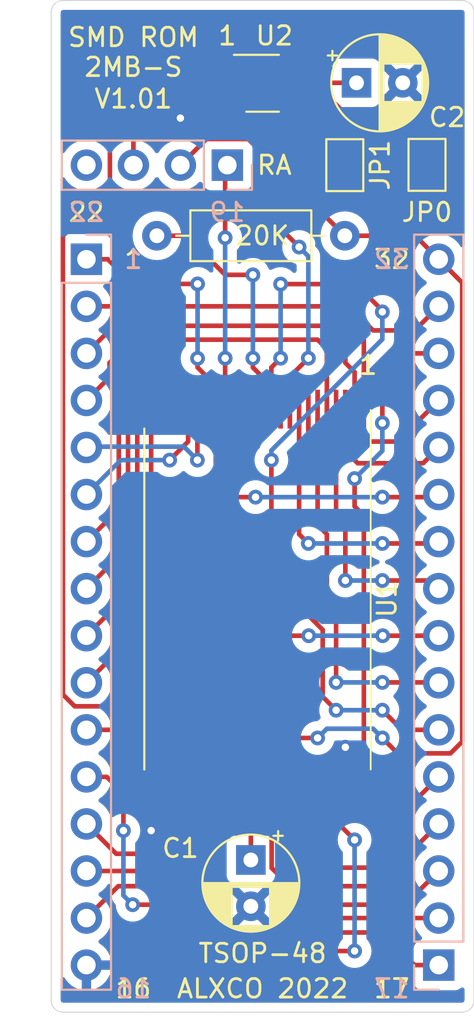
<source format=kicad_pcb>
(kicad_pcb (version 20211014) (generator pcbnew)
  (layers (0 "F.Cu" signal) (31 "B.Cu" signal) (34 "B.Paste" user) (35 "F.Paste" user) (36 "B.SilkS" user "B.Silkscreen") (37 "F.SilkS" user "F.Silkscreen") (38 "B.Mask" user) (39 "F.Mask" user) (44 "Edge.Cuts" user))
  (net 0 "")
  (net 1 "+5V")
  (net 2 "GND")
  (net 3 "/D2")
  (net 4 "/D1")
  (net 5 "/D0")
  (net 6 "/A0")
  (net 7 "/A1")
  (net 8 "/A2")
  (net 9 "/A3")
  (net 10 "/A4")
  (net 11 "/A5")
  (net 12 "/A6")
  (net 13 "/A7")
  (net 14 "/A12")
  (net 15 "/RA15")
  (net 16 "/RA16")
  (net 17 "/RA18")
  (net 18 "/ROMWR_N")
  (net 19 "/RA17")
  (net 20 "/RA14")
  (net 21 "/A13")
  (net 22 "/A8")
  (net 23 "/A9")
  (net 24 "/A11")
  (net 25 "/RD_N")
  (net 26 "/A10")
  (net 27 "/CE_N")
  (net 28 "/D7")
  (net 29 "/D6")
  (net 30 "/D5")
  (net 31 "/D4")
  (net 32 "/D3")
  (net 33 "/RA22")
  (net 34 "/RA21")
  (net 35 "/RA20")
  (net 36 "/RA19")
  (net 37 "/RST_N")
  (net 38 "Net-(U1-Pad43)")
  (net 39 "Net-(U1-Pad41)")
  (net 40 "Net-(U1-Pad39)")
  (net 41 "Net-(U1-Pad36)")
  (net 42 "Net-(U1-Pad34)")
  (net 43 "Net-(U1-Pad32)")
  (net 44 "Net-(U1-Pad30)")
  (net 45 "Net-(U1-Pad15)")
  (net 46 "Net-(U1-Pad14)")
  (net 47 "Net-(U1-Pad13)")
  (net 48 "Net-(U1-Pad10)")
  (net 49 "Net-(JP0-Pad1)")
  (net 50 "/CE_OUT_N")
  (net 51 "Net-(JP1-Pad1)")
  (footprint "Capacitor_THT:CP_Radial_D5.0mm_P2.50mm" (layer "F.Cu") (at 39.37 88.305 -90)
    (fp_text reference "C1" (at -0.635 3.81 180) (layer "F.SilkS"))
    (fp_text value "100n")
    (pad "1" thru_hole rect locked (at 0 0 270) (size 1.6 1.6) (drill 0.8) (layers *.Cu *.Mask) (net 1 "+5V"))
    (pad "2" thru_hole circle locked (at 2.5 0 270) (size 1.6 1.6) (drill 0.8) (layers *.Cu *.Mask) (net 2 "GND"))
  )
  (footprint "Resistor_THT:R_Axial_DIN0207_L6.3mm_D2.5mm_P10.16mm_Horizontal" (layer "F.Cu") (at 44.45 54.61 180)
    (fp_text reference "R1" hide)
    (fp_text value "20K")
    (pad "1" thru_hole circle locked (at 0 0 180) (size 1.6 1.6) (drill 0.8) (layers *.Cu *.Mask) (net 1 "+5V"))
    (pad "2" thru_hole oval locked (at 10.16 0 180) (size 1.6 1.6) (drill 0.8) (layers *.Cu *.Mask) (net 37 "/RST_N"))
  )
  (footprint "Package_SO:TSOP-I-48_18.4x12mm_P0.5mm" (layer "F.Cu") (at 39.73 74.22 -90)
    (fp_text reference "U1" (at 0 -7 90) (layer "F.SilkS"))
    (fp_text value "M29F160")
    (pad "1" smd rect locked (at -9.75 -5.75 270) (size 2.1 0.25) (drill (offset -0.5 0)) (layers "F.Cu" "F.Paste" "F.Mask") (net 16 "/RA16"))
    (pad "2" smd rect locked (at -9.75 -5.25 270) (size 2.1 0.25) (drill (offset -0.5 0)) (layers "F.Cu" "F.Paste" "F.Mask") (net 15 "/RA15"))
    (pad "3" smd rect locked (at -9.75 -4.75 270) (size 2.1 0.25) (drill (offset -0.5 0)) (layers "F.Cu" "F.Paste" "F.Mask") (net 20 "/RA14"))
    (pad "4" smd rect locked (at -9.75 -4.25 270) (size 2.1 0.25) (drill (offset -0.5 0)) (layers "F.Cu" "F.Paste" "F.Mask") (net 21 "/A13"))
    (pad "5" smd rect locked (at -9.75 -3.75 270) (size 2.1 0.25) (drill (offset -0.5 0)) (layers "F.Cu" "F.Paste" "F.Mask") (net 14 "/A12"))
    (pad "6" smd rect locked (at -9.75 -3.25 270) (size 2.1 0.25) (drill (offset -0.5 0)) (layers "F.Cu" "F.Paste" "F.Mask") (net 24 "/A11"))
    (pad "7" smd rect locked (at -9.75 -2.75 270) (size 2.1 0.25) (drill (offset -0.5 0)) (layers "F.Cu" "F.Paste" "F.Mask") (net 26 "/A10"))
    (pad "8" smd rect locked (at -9.75 -2.25 270) (size 2.1 0.25) (drill (offset -0.5 0)) (layers "F.Cu" "F.Paste" "F.Mask") (net 23 "/A9"))
    (pad "9" smd rect locked (at -9.75 -1.75 270) (size 2.1 0.25) (drill (offset -0.5 0)) (layers "F.Cu" "F.Paste" "F.Mask") (net 35 "/RA20"))
    (pad "10" smd rect locked (at -9.75 -1.25 270) (size 2.1 0.25) (drill (offset -0.5 0)) (layers "F.Cu" "F.Paste" "F.Mask") (net 48 "Net-(U1-Pad10)"))
    (pad "11" smd rect locked (at -9.75 -0.75 270) (size 2.1 0.25) (drill (offset -0.5 0)) (layers "F.Cu" "F.Paste" "F.Mask") (net 18 "/ROMWR_N"))
    (pad "12" smd rect locked (at -9.75 -0.25 270) (size 2.1 0.25) (drill (offset -0.5 0)) (layers "F.Cu" "F.Paste" "F.Mask") (net 37 "/RST_N"))
    (pad "13" smd rect locked (at -9.75 0.25 270) (size 2.1 0.25) (drill (offset -0.5 0)) (layers "F.Cu" "F.Paste" "F.Mask") (net 47 "Net-(U1-Pad13)"))
    (pad "14" smd rect locked (at -9.75 0.75 270) (size 2.1 0.25) (drill (offset -0.5 0)) (layers "F.Cu" "F.Paste" "F.Mask") (net 46 "Net-(U1-Pad14)"))
    (pad "15" smd rect locked (at -9.75 1.25 270) (size 2.1 0.25) (drill (offset -0.5 0)) (layers "F.Cu" "F.Paste" "F.Mask") (net 45 "Net-(U1-Pad15)"))
    (pad "16" smd rect locked (at -9.75 1.75 270) (size 2.1 0.25) (drill (offset -0.5 0)) (layers "F.Cu" "F.Paste" "F.Mask") (net 36 "/RA19"))
    (pad "17" smd rect locked (at -9.75 2.25 270) (size 2.1 0.25) (drill (offset -0.5 0)) (layers "F.Cu" "F.Paste" "F.Mask") (net 17 "/RA18"))
    (pad "18" smd rect locked (at -9.75 2.75 270) (size 2.1 0.25) (drill (offset -0.5 0)) (layers "F.Cu" "F.Paste" "F.Mask") (net 22 "/A8"))
    (pad "19" smd rect locked (at -9.75 3.25 270) (size 2.1 0.25) (drill (offset -0.5 0)) (layers "F.Cu" "F.Paste" "F.Mask") (net 13 "/A7"))
    (pad "20" smd rect locked (at -9.75 3.75 270) (size 2.1 0.25) (drill (offset -0.5 0)) (layers "F.Cu" "F.Paste" "F.Mask") (net 12 "/A6"))
    (pad "21" smd rect locked (at -9.75 4.25 270) (size 2.1 0.25) (drill (offset -0.5 0)) (layers "F.Cu" "F.Paste" "F.Mask") (net 11 "/A5"))
    (pad "22" smd rect locked (at -9.75 4.75 270) (size 2.1 0.25) (drill (offset -0.5 0)) (layers "F.Cu" "F.Paste" "F.Mask") (net 10 "/A4"))
    (pad "23" smd rect locked (at -9.75 5.25 270) (size 2.1 0.25) (drill (offset -0.5 0)) (layers "F.Cu" "F.Paste" "F.Mask") (net 9 "/A3"))
    (pad "24" smd rect locked (at -9.75 5.75 270) (size 2.1 0.25) (drill (offset -0.5 0)) (layers "F.Cu" "F.Paste" "F.Mask") (net 8 "/A2"))
    (pad "25" smd rect locked (at 9.75 5.75 270) (size 2.1 0.25) (drill (offset 0.5 0)) (layers "F.Cu" "F.Paste" "F.Mask") (net 7 "/A1"))
    (pad "26" smd rect locked (at 9.75 5.25 270) (size 2.1 0.25) (drill (offset 0.5 0)) (layers "F.Cu" "F.Paste" "F.Mask") (net 50 "/CE_OUT_N"))
    (pad "27" smd rect locked (at 9.75 4.75 270) (size 2.1 0.25) (drill (offset 0.5 0)) (layers "F.Cu" "F.Paste" "F.Mask") (net 2 "GND"))
    (pad "28" smd rect locked (at 9.75 4.25 270) (size 2.1 0.25) (drill (offset 0.5 0)) (layers "F.Cu" "F.Paste" "F.Mask") (net 25 "/RD_N"))
    (pad "29" smd rect locked (at 9.75 3.75 270) (size 2.1 0.25) (drill (offset 0.5 0)) (layers "F.Cu" "F.Paste" "F.Mask") (net 5 "/D0"))
    (pad "30" smd rect locked (at 9.75 3.25 270) (size 2.1 0.25) (drill (offset 0.5 0)) (layers "F.Cu" "F.Paste" "F.Mask") (net 44 "Net-(U1-Pad30)"))
    (pad "31" smd rect locked (at 9.75 2.75 270) (size 2.1 0.25) (drill (offset 0.5 0)) (layers "F.Cu" "F.Paste" "F.Mask") (net 4 "/D1"))
    (pad "32" smd rect locked (at 9.75 2.25 270) (size 2.1 0.25) (drill (offset 0.5 0)) (layers "F.Cu" "F.Paste" "F.Mask") (net 43 "Net-(U1-Pad32)"))
    (pad "33" smd rect locked (at 9.75 1.75 270) (size 2.1 0.25) (drill (offset 0.5 0)) (layers "F.Cu" "F.Paste" "F.Mask") (net 3 "/D2"))
    (pad "34" smd rect locked (at 9.75 1.25 270) (size 2.1 0.25) (drill (offset 0.5 0)) (layers "F.Cu" "F.Paste" "F.Mask") (net 42 "Net-(U1-Pad34)"))
    (pad "35" smd rect locked (at 9.75 0.75 270) (size 2.1 0.25) (drill (offset 0.5 0)) (layers "F.Cu" "F.Paste" "F.Mask") (net 32 "/D3"))
    (pad "36" smd rect locked (at 9.75 0.25 270) (size 2.1 0.25) (drill (offset 0.5 0)) (layers "F.Cu" "F.Paste" "F.Mask") (net 41 "Net-(U1-Pad36)"))
    (pad "37" smd rect locked (at 9.75 -0.25 270) (size 2.1 0.25) (drill (offset 0.5 0)) (layers "F.Cu" "F.Paste" "F.Mask") (net 1 "+5V"))
    (pad "38" smd rect locked (at 9.75 -0.75 270) (size 2.1 0.25) (drill (offset 0.5 0)) (layers "F.Cu" "F.Paste" "F.Mask") (net 31 "/D4"))
    (pad "39" smd rect locked (at 9.75 -1.25 270) (size 2.1 0.25) (drill (offset 0.5 0)) (layers "F.Cu" "F.Paste" "F.Mask") (net 40 "Net-(U1-Pad39)"))
    (pad "40" smd rect locked (at 9.75 -1.75 270) (size 2.1 0.25) (drill (offset 0.5 0)) (layers "F.Cu" "F.Paste" "F.Mask") (net 30 "/D5"))
    (pad "41" smd rect locked (at 9.75 -2.25 270) (size 2.1 0.25) (drill (offset 0.5 0)) (layers "F.Cu" "F.Paste" "F.Mask") (net 39 "Net-(U1-Pad41)"))
    (pad "42" smd rect locked (at 9.75 -2.75 270) (size 2.1 0.25) (drill (offset 0.5 0)) (layers "F.Cu" "F.Paste" "F.Mask") (net 29 "/D6"))
    (pad "43" smd rect locked (at 9.75 -3.25 270) (size 2.1 0.25) (drill (offset 0.5 0)) (layers "F.Cu" "F.Paste" "F.Mask") (net 38 "Net-(U1-Pad43)"))
    (pad "44" smd rect locked (at 9.75 -3.75 270) (size 2.1 0.25) (drill (offset 0.5 0)) (layers "F.Cu" "F.Paste" "F.Mask") (net 28 "/D7"))
    (pad "45" smd rect locked (at 9.75 -4.25 270) (size 2.1 0.25) (drill (offset 0.5 0)) (layers "F.Cu" "F.Paste" "F.Mask") (net 6 "/A0"))
    (pad "46" smd rect locked (at 9.75 -4.75 270) (size 2.1 0.25) (drill (offset 0.5 0)) (layers "F.Cu" "F.Paste" "F.Mask") (net 2 "GND"))
    (pad "47" smd rect locked (at 9.75 -5.25 270) (size 2.1 0.25) (drill (offset 0.5 0)) (layers "F.Cu" "F.Paste" "F.Mask") (net 2 "GND"))
    (pad "48" smd rect locked (at 9.75 -5.75 270) (size 2.1 0.25) (drill (offset 0.5 0)) (layers "F.Cu" "F.Paste" "F.Mask") (net 19 "/RA17"))
  )
  (footprint "Jumper:SolderJumper-2_P1.3mm_Open_Pad1.0x1.5mm" (layer "F.Cu") (at 48.895 50.785 -90)
    (fp_text reference "JP0" (at 2.555 0 180) (layer "F.SilkS"))
    (fp_text value "Jumper_2_Open")
    (pad "1" smd rect locked (at -0.65 0 270) (size 1 1.5) (layers "F.Cu" "F.Mask") (net 49 "Net-(JP0-Pad1)"))
    (pad "2" smd rect locked (at 0.65 0 270) (size 1 1.5) (layers "F.Cu" "F.Mask") (net 50 "/CE_OUT_N"))
  )
  (footprint "Jumper:SolderJumper-2_P1.3mm_Open_Pad1.0x1.5mm" (layer "F.Cu") (at 44.45 50.8 -90)
    (fp_text reference "JP1" (at 0 -1.905 -90) (layer "F.SilkS"))
    (fp_text value "Jumper_2_Open")
    (pad "1" smd rect locked (at -0.65 0 270) (size 1 1.5) (layers "F.Cu" "F.Mask") (net 51 "Net-(JP1-Pad1)"))
    (pad "2" smd rect locked (at 0.65 0 270) (size 1 1.5) (layers "F.Cu" "F.Mask") (net 50 "/CE_OUT_N"))
  )
  (footprint "Package_TO_SOT_SMD:TSOT-23-6_HandSoldering" (layer "F.Cu") (at 40.005 46.355)
    (fp_text reference "U2" (at 0.635 -2.54) (layer "F.SilkS"))
    (fp_text value "74LVC1G19")
    (pad "1" smd rect locked (at -1.71 -0.95) (size 2 0.65) (layers "F.Cu" "F.Paste" "F.Mask") (net 34 "/RA21"))
    (pad "2" smd rect locked (at -1.71 0) (size 2 0.65) (layers "F.Cu" "F.Paste" "F.Mask") (net 2 "GND"))
    (pad "3" smd rect locked (at -1.71 0.95) (size 2 0.65) (layers "F.Cu" "F.Paste" "F.Mask") (net 27 "/CE_N"))
    (pad "4" smd rect locked (at 1.71 0.95) (size 2 0.65) (layers "F.Cu" "F.Paste" "F.Mask") (net 51 "Net-(JP1-Pad1)"))
    (pad "5" smd rect locked (at 1.71 0) (size 2 0.65) (layers "F.Cu" "F.Paste" "F.Mask") (net 1 "+5V"))
    (pad "6" smd rect locked (at 1.71 -0.95) (size 2 0.65) (layers "F.Cu" "F.Paste" "F.Mask") (net 49 "Net-(JP0-Pad1)"))
  )
  (footprint "Capacitor_THT:CP_Radial_D5.0mm_P2.50mm" (layer "F.Cu") (at 45.085 46.355)
    (fp_text reference "C2" (at 4.895 1.865) (layer "F.SilkS"))
    (fp_text value "100n")
    (pad "1" thru_hole rect locked (at 0 0) (size 1.6 1.6) (drill 0.8) (layers *.Cu *.Mask) (net 1 "+5V"))
    (pad "2" thru_hole circle locked (at 2.5 0) (size 1.6 1.6) (drill 0.8) (layers *.Cu *.Mask) (net 2 "GND"))
  )
  (footprint "Connector_PinHeader_2.54mm:PinHeader_1x16_P2.54mm_Vertical" (layer "B.Cu") (at 30.48 55.88 180)
    (fp_text reference "J0" hide)
    (fp_text value "Conn_01x16")
    (pad "1" thru_hole rect locked (at 0 0 180) (size 1.7 1.7) (drill 1) (layers *.Cu *.Mask) (net 17 "/RA18"))
    (pad "2" thru_hole oval locked (at 0 -2.54 180) (size 1.7 1.7) (drill 1) (layers *.Cu *.Mask) (net 16 "/RA16"))
    (pad "3" thru_hole oval locked (at 0 -5.08 180) (size 1.7 1.7) (drill 1) (layers *.Cu *.Mask) (net 15 "/RA15"))
    (pad "4" thru_hole oval locked (at 0 -7.62 180) (size 1.7 1.7) (drill 1) (layers *.Cu *.Mask) (net 14 "/A12"))
    (pad "5" thru_hole oval locked (at 0 -10.16 180) (size 1.7 1.7) (drill 1) (layers *.Cu *.Mask) (net 13 "/A7"))
    (pad "6" thru_hole oval locked (at 0 -12.7 180) (size 1.7 1.7) (drill 1) (layers *.Cu *.Mask) (net 12 "/A6"))
    (pad "7" thru_hole oval locked (at 0 -15.24 180) (size 1.7 1.7) (drill 1) (layers *.Cu *.Mask) (net 11 "/A5"))
    (pad "8" thru_hole oval locked (at 0 -17.78 180) (size 1.7 1.7) (drill 1) (layers *.Cu *.Mask) (net 10 "/A4"))
    (pad "9" thru_hole oval locked (at 0 -20.32 180) (size 1.7 1.7) (drill 1) (layers *.Cu *.Mask) (net 9 "/A3"))
    (pad "10" thru_hole oval locked (at 0 -22.86 180) (size 1.7 1.7) (drill 1) (layers *.Cu *.Mask) (net 8 "/A2"))
    (pad "11" thru_hole oval locked (at 0 -25.4 180) (size 1.7 1.7) (drill 1) (layers *.Cu *.Mask) (net 7 "/A1"))
    (pad "12" thru_hole oval locked (at 0 -27.94 180) (size 1.7 1.7) (drill 1) (layers *.Cu *.Mask) (net 6 "/A0"))
    (pad "13" thru_hole oval locked (at 0 -30.48 180) (size 1.7 1.7) (drill 1) (layers *.Cu *.Mask) (net 5 "/D0"))
    (pad "14" thru_hole oval locked (at 0 -33.02 180) (size 1.7 1.7) (drill 1) (layers *.Cu *.Mask) (net 4 "/D1"))
    (pad "15" thru_hole oval locked (at 0 -35.56 180) (size 1.7 1.7) (drill 1) (layers *.Cu *.Mask) (net 3 "/D2"))
    (pad "16" thru_hole oval locked (at 0 -38.1 180) (size 1.7 1.7) (drill 1) (layers *.Cu *.Mask) (net 2 "GND"))
  )
  (footprint "Connector_PinHeader_2.54mm:PinHeader_1x16_P2.54mm_Vertical" (layer "B.Cu") (at 49.53 93.98)
    (fp_text reference "J1" hide)
    (fp_text value "Conn_01x16")
    (pad "1" thru_hole rect locked (at 0 0) (size 1.7 1.7) (drill 1) (layers *.Cu *.Mask) (net 32 "/D3"))
    (pad "2" thru_hole oval locked (at 0 -2.54) (size 1.7 1.7) (drill 1) (layers *.Cu *.Mask) (net 31 "/D4"))
    (pad "3" thru_hole oval locked (at 0 -5.08) (size 1.7 1.7) (drill 1) (layers *.Cu *.Mask) (net 30 "/D5"))
    (pad "4" thru_hole oval locked (at 0 -7.62) (size 1.7 1.7) (drill 1) (layers *.Cu *.Mask) (net 29 "/D6"))
    (pad "5" thru_hole oval locked (at 0 -10.16) (size 1.7 1.7) (drill 1) (layers *.Cu *.Mask) (net 28 "/D7"))
    (pad "6" thru_hole oval locked (at 0 -12.7) (size 1.7 1.7) (drill 1) (layers *.Cu *.Mask) (net 27 "/CE_N"))
    (pad "7" thru_hole oval locked (at 0 -15.24) (size 1.7 1.7) (drill 1) (layers *.Cu *.Mask) (net 26 "/A10"))
    (pad "8" thru_hole oval locked (at 0 -17.78) (size 1.7 1.7) (drill 1) (layers *.Cu *.Mask) (net 25 "/RD_N"))
    (pad "9" thru_hole oval locked (at 0 -20.32) (size 1.7 1.7) (drill 1) (layers *.Cu *.Mask) (net 24 "/A11"))
    (pad "10" thru_hole oval locked (at 0 -22.86) (size 1.7 1.7) (drill 1) (layers *.Cu *.Mask) (net 23 "/A9"))
    (pad "11" thru_hole oval locked (at 0 -25.4) (size 1.7 1.7) (drill 1) (layers *.Cu *.Mask) (net 22 "/A8"))
    (pad "12" thru_hole oval locked (at 0 -27.94) (size 1.7 1.7) (drill 1) (layers *.Cu *.Mask) (net 21 "/A13"))
    (pad "13" thru_hole oval locked (at 0 -30.48) (size 1.7 1.7) (drill 1) (layers *.Cu *.Mask) (net 20 "/RA14"))
    (pad "14" thru_hole oval locked (at 0 -33.02) (size 1.7 1.7) (drill 1) (layers *.Cu *.Mask) (net 19 "/RA17"))
    (pad "15" thru_hole oval locked (at 0 -35.56) (size 1.7 1.7) (drill 1) (layers *.Cu *.Mask) (net 18 "/ROMWR_N"))
    (pad "16" thru_hole oval locked (at 0 -38.1) (size 1.7 1.7) (drill 1) (layers *.Cu *.Mask) (net 1 "+5V"))
  )
  (footprint "Connector_PinHeader_2.54mm:PinHeader_1x04_P2.54mm_Vertical" (layer "B.Cu") (at 38.1 50.8 90)
    (fp_text reference "J2" hide)
    (fp_text value "Conn_01x04")
    (pad "1" thru_hole rect locked (at 0 0 90) (size 1.7 1.7) (drill 1) (layers *.Cu *.Mask) (net 36 "/RA19"))
    (pad "2" thru_hole oval locked (at 0 -2.54 90) (size 1.7 1.7) (drill 1) (layers *.Cu *.Mask) (net 35 "/RA20"))
    (pad "3" thru_hole oval locked (at 0 -5.08 90) (size 1.7 1.7) (drill 1) (layers *.Cu *.Mask) (net 34 "/RA21"))
    (pad "4" thru_hole oval locked (at 0 -7.62 90) (size 1.7 1.7) (drill 1) (layers *.Cu *.Mask) (net 33 "/RA22"))
  )
  (gr_line (start 50.8 41.91) (end 29.21 41.91) (layer "Edge.Cuts") (width 0.05))
  (gr_arc (start 29.21 96.52) (mid 28.760987 96.334013) (end 28.575 95.885) (layer "Edge.Cuts") (width 0.05))
  (gr_arc (start 28.575 42.545) (mid 28.760987 42.095987) (end 29.21 41.91) (layer "Edge.Cuts") (width 0.05))
  (gr_line (start 51.435 95.885) (end 51.435 42.545) (layer "Edge.Cuts") (width 0.05))
  (gr_arc (start 51.435 95.885) (mid 51.249013 96.334013) (end 50.8 96.52) (layer "Edge.Cuts") (width 0.05))
  (gr_line (start 28.575 95.885) (end 28.575 42.545) (layer "Edge.Cuts") (width 0.05))
  (gr_arc (start 50.8 41.91) (mid 51.249013 42.095987) (end 51.435 42.545) (layer "Edge.Cuts") (width 0.05))
  (gr_line (start 29.21 96.52) (end 50.8 96.52) (layer "Edge.Cuts") (width 0.05))
  (gr_text "17" (at 46.99 95.25) (layer "B.SilkS") (effects (font (size 1 1)) (justify mirror)))
  (gr_text "19" (at 38.1 53.34) (layer "B.SilkS") (effects (font (size 1 1)) (justify mirror)))
  (gr_text "16" (at 33.02 95.25) (layer "B.SilkS") (effects (font (size 1 1)) (justify mirror)))
  (gr_text "22" (at 30.48 53.34) (layer "B.SilkS") (effects (font (size 1 1)) (justify mirror)))
  (gr_text "32" (at 46.99 55.88) (layer "B.SilkS") (effects (font (size 1 1)) (justify mirror)))
  (gr_text "1" (at 33.02 55.88) (layer "B.SilkS") (effects (font (size 1 1)) (justify mirror)))
  (gr_text "20K" (at 39.98 54.61) (layer "F.SilkS") (effects (font (size 1 1))))
  (gr_text "ALXCO 2022" (at 40.005 95.25) (layer "F.SilkS") (effects (font (size 1 1))))
  (gr_text "SMD ROM\n2MB-S" (at 33.02 44.704) (layer "F.SilkS") (effects (font (size 1 1))))
  (gr_text "TSOP-48" (at 40.005 93.345) (layer "F.SilkS") (effects (font (size 1 1))))
  (gr_text "22" (at 30.48 53.34) (layer "F.SilkS") (effects (font (size 1 1))))
  (gr_text "1" (at 33.02 55.88) (layer "F.SilkS") (effects (font (size 1 1))))
  (gr_text "RA" (at 40.64 50.8) (layer "F.SilkS") (effects (font (size 1 1))))
  (gr_text "1" (at 45.72 61.595) (layer "F.SilkS") (effects (font (size 1 1))))
  (gr_text "16" (at 33.02 95.25) (layer "F.SilkS") (effects (font (size 1 1))))
  (gr_text "V1.01" (at 33.02 47.22) (layer "F.SilkS") (effects (font (size 1 1))))
  (gr_text "32" (at 46.99 55.88) (layer "F.SilkS") (effects (font (size 1 1))))
  (gr_text "17" (at 46.99 95.25) (layer "F.SilkS") (effects (font (size 1 1))))
  (gr_text "1" (at 38.1 43.815) (layer "F.SilkS") (effects (font (size 1 1))))
  (segment (start 46.48 81.72) (end 47.31 82.55) (width 0.25) (layer "F.Cu") (net 1))
  (segment (start 47.31 82.55) (end 50.165 82.55) (width 0.25) (layer "F.Cu") (net 1))
  (segment (start 42.545 52.705) (end 44.45 54.61) (width 0.25) (layer "F.Cu") (net 1))
  (segment (start 40.005 47.505002) (end 42.545 50.045002) (width 0.25) (layer "F.Cu") (net 1))
  (segment (start 44.45 54.61) (end 48.26 54.61) (width 0.25) (layer "F.Cu") (net 1))
  (segment (start 39.98 82.72) (end 40.98 81.72) (width 0.25) (layer "F.Cu") (net 1))
  (segment (start 50.165 82.55) (end 50.8 81.915) (width 0.25) (layer "F.Cu") (net 1))
  (segment (start 50.8 57.15) (end 49.53 55.88) (width 0.25) (layer "F.Cu") (net 1))
  (segment (start 50.8 81.915) (end 50.8 57.15) (width 0.25) (layer "F.Cu") (net 1))
  (segment (start 40.465 46.355) (end 40.005 46.815) (width 0.25) (layer "F.Cu") (net 1))
  (segment (start 39.98 86.22) (end 39.37 86.83) (width 0.25) (layer "F.Cu") (net 1))
  (segment (start 41.715 46.355) (end 40.465 46.355) (width 0.25) (layer "F.Cu") (net 1))
  (segment (start 39.98 82.72) (end 39.98 83.97) (width 0.25) (layer "F.Cu") (net 1))
  (segment (start 42.545 50.045002) (end 42.545 52.705) (width 0.25) (layer "F.Cu") (net 1))
  (segment (start 42.98 81.72) (end 40.98 81.72) (width 0.25) (layer "F.Cu") (net 1))
  (segment (start 39.98 83.97) (end 39.98 86.22) (width 0.25) (layer "F.Cu") (net 1))
  (segment (start 39.37 88.305) (end 39.37 86.83) (width 0.25) (layer "F.Cu") (net 1))
  (segment (start 41.715 46.355) (end 45.125 46.355) (width 0.25) (layer "F.Cu") (net 1))
  (segment (start 48.26 54.61) (end 49.53 55.88) (width 0.25) (layer "F.Cu") (net 1))
  (segment (start 40.005 46.815) (end 40.005 47.505002) (width 0.25) (layer "F.Cu") (net 1))
  (via (at 42.98 81.72) (size 0.8) (drill 0.4) (layers "F.Cu" "B.Cu") (net 1))
  (via (at 46.48 81.72) (size 0.8) (drill 0.4) (layers "F.Cu" "B.Cu") (net 1))
  (segment (start 42.98 81.72) (end 43.48 81.22) (width 0.25) (layer "B.Cu") (net 1))
  (segment (start 45.98 81.22) (end 46.48 81.72) (width 0.25) (layer "B.Cu") (net 1))
  (segment (start 43.48 81.22) (end 45.98 81.22) (width 0.25) (layer "B.Cu") (net 1))
  (segment (start 44.48 82.72) (end 44.48 82.22) (width 0.25) (layer "F.Cu") (net 2))
  (segment (start 44.48 83.97) (end 44.48 82.72) (width 0.25) (layer "F.Cu") (net 2))
  (segment (start 44.98 82.72) (end 44.48 82.22) (width 0.25) (layer "F.Cu") (net 2))
  (segment (start 34.98 86.22) (end 34.48 86.72) (width 0.25) (layer "F.Cu") (net 2))
  (segment (start 35.56 47.625) (end 36.83 46.355) (width 0.25) (layer "F.Cu") (net 2))
  (segment (start 35.56 48.26) (end 35.56 47.625) (width 0.25) (layer "F.Cu") (net 2))
  (segment (start 44.98 83.97) (end 44.98 82.72) (width 0.25) (layer "F.Cu") (net 2))
  (segment (start 34.98 83.97) (end 34.98 86.22) (width 0.25) (layer "F.Cu") (net 2))
  (segment (start 38.295 46.355) (end 36.83 46.355) (width 0.25) (layer "F.Cu") (net 2))
  (segment (start 34.48 86.72) (end 33.98 86.72) (width 0.25) (layer "F.Cu") (net 2))
  (via (at 44.48 82.22) (size 0.8) (drill 0.4) (layers "F.Cu" "B.Cu") (net 2))
  (via (at 35.56 48.26) (size 0.8) (drill 0.4) (layers "F.Cu" "B.Cu") (net 2))
  (via (at 33.98 86.72) (size 0.8) (drill 0.4) (layers "F.Cu" "B.Cu") (net 2))
  (segment (start 30.48 91.44) (end 32.2 89.72) (width 0.25) (layer "F.Cu") (net 3))
  (segment (start 32.2 89.72) (end 34.48 89.72) (width 0.25) (layer "F.Cu") (net 3))
  (segment (start 37.98 86.22) (end 37.98 83.97) (width 0.25) (layer "F.Cu") (net 3))
  (segment (start 34.48 89.72) (end 37.98 86.22) (width 0.25) (layer "F.Cu") (net 3))
  (segment (start 34.3 88.9) (end 36.98 86.22) (width 0.25) (layer "F.Cu") (net 4))
  (segment (start 30.48 88.9) (end 34.3 88.9) (width 0.25) (layer "F.Cu") (net 4))
  (segment (start 36.98 86.22) (end 36.98 83.97) (width 0.25) (layer "F.Cu") (net 4))
  (segment (start 35.98 86.22) (end 35.98 83.97) (width 0.25) (layer "F.Cu") (net 5))
  (segment (start 34.23 87.97) (end 35.98 86.22) (width 0.25) (layer "F.Cu") (net 5))
  (segment (start 32.09 87.97) (end 34.23 87.97) (width 0.25) (layer "F.Cu") (net 5))
  (segment (start 30.48 86.36) (end 32.09 87.97) (width 0.25) (layer "F.Cu") (net 5))
  (segment (start 43.98 83.97) (end 43.98 86.22) (width 0.25) (layer "F.Cu") (net 6))
  (segment (start 31.58 83.82) (end 32.48 84.72) (width 0.25) (layer "F.Cu") (net 6))
  (segment (start 32.48 84.72) (end 32.48 86.72) (width 0.25) (layer "F.Cu") (net 6))
  (segment (start 34.98 90.72) (end 37.48 93.22) (width 0.25) (layer "F.Cu") (net 6))
  (segment (start 37.48 93.22) (end 44.98 93.22) (width 0.25) (layer "F.Cu") (net 6))
  (segment (start 32.98 90.72) (end 34.98 90.72) (width 0.25) (layer "F.Cu") (net 6))
  (segment (start 43.98 86.22) (end 44.98 87.22) (width 0.25) (layer "F.Cu") (net 6))
  (segment (start 30.48 83.82) (end 31.58 83.82) (width 0.25) (layer "F.Cu") (net 6))
  (via (at 32.98 90.72) (size 0.8) (drill 0.4) (layers "F.Cu" "B.Cu") (net 6))
  (via (at 32.48 86.72) (size 0.8) (drill 0.4) (layers "F.Cu" "B.Cu") (net 6))
  (via (at 44.98 93.22) (size 0.8) (drill 0.4) (layers "F.Cu" "B.Cu") (net 6))
  (via (at 44.98 87.22) (size 0.8) (drill 0.4) (layers "F.Cu" "B.Cu") (net 6))
  (segment (start 32.48 90.22) (end 32.98 90.72) (width 0.25) (layer "B.Cu") (net 6))
  (segment (start 32.48 86.72) (end 32.48 90.22) (width 0.25) (layer "B.Cu") (net 6))
  (segment (start 44.98 93.22) (end 44.98 87.22) (width 0.25) (layer "B.Cu") (net 6))
  (segment (start 33.29 81.28) (end 30.48 81.28) (width 0.25) (layer "F.Cu") (net 7))
  (segment (start 33.98 81.97) (end 33.29 81.28) (width 0.25) (layer "F.Cu") (net 7))
  (segment (start 33.98 83.97) (end 33.98 81.97) (width 0.25) (layer "F.Cu") (net 7))
  (segment (start 33.98 75.24) (end 30.48 78.74) (width 0.25) (layer "F.Cu") (net 8))
  (segment (start 33.98 64.47) (end 33.98 75.24) (width 0.25) (layer "F.Cu") (net 8))
  (segment (start 33.23 62.22) (end 33.48 61.97) (width 0.25) (layer "F.Cu") (net 9))
  (segment (start 34.23 61.97) (end 34.48 62.22) (width 0.25) (layer "F.Cu") (net 9))
  (segment (start 30.48 76.2) (end 33.23 73.45) (width 0.25) (layer "F.Cu") (net 9))
  (segment (start 34.48 62.22) (end 34.48 64.47) (width 0.25) (layer "F.Cu") (net 9))
  (segment (start 33.48 61.97) (end 34.23 61.97) (width 0.25) (layer "F.Cu") (net 9))
  (segment (start 33.23 73.45) (end 33.23 62.22) (width 0.25) (layer "F.Cu") (net 9))
  (segment (start 30.48 73.66) (end 32.73 71.41) (width 0.25) (layer "F.Cu") (net 10))
  (segment (start 32.73 61.97) (end 33.23 61.47) (width 0.25) (layer "F.Cu") (net 10))
  (segment (start 34.48 61.47) (end 34.98 61.97) (width 0.25) (layer "F.Cu") (net 10))
  (segment (start 32.73 71.41) (end 32.73 61.97) (width 0.25) (layer "F.Cu") (net 10))
  (segment (start 34.98 61.97) (end 34.98 64.47) (width 0.25) (layer "F.Cu") (net 10))
  (segment (start 33.23 61.47) (end 34.48 61.47) (width 0.25) (layer "F.Cu") (net 10))
  (segment (start 32.23 61.72) (end 32.98 60.97) (width 0.25) (layer "F.Cu") (net 11))
  (segment (start 32.23 69.37) (end 32.23 61.72) (width 0.25) (layer "F.Cu") (net 11))
  (segment (start 32.98 60.97) (end 34.73 60.97) (width 0.25) (layer "F.Cu") (net 11))
  (segment (start 35.48 61.72) (end 35.48 64.47) (width 0.25) (layer "F.Cu") (net 11))
  (segment (start 34.73 60.97) (end 35.48 61.72) (width 0.25) (layer "F.Cu") (net 11))
  (segment (start 30.48 71.12) (end 32.23 69.37) (width 0.25) (layer "F.Cu") (net 11))
  (segment (start 34.98 66.72) (end 35.98 65.72) (width 0.25) (layer "F.Cu") (net 12))
  (segment (start 35.98 65.72) (end 35.98 64.47) (width 0.25) (layer "F.Cu") (net 12))
  (via (at 34.98 66.72) (size 0.8) (drill 0.4) (layers "F.Cu" "B.Cu") (net 12))
  (segment (start 32.34 66.72) (end 34.98 66.72) (width 0.25) (layer "B.Cu") (net 12))
  (segment (start 30.48 68.58) (end 32.34 66.72) (width 0.25) (layer "B.Cu") (net 12))
  (segment (start 36.48 66.72) (end 36.48 65.97) (width 0.25) (layer "F.Cu") (net 13))
  (segment (start 36.48 65.97) (end 36.48 64.47) (width 0.25) (layer "F.Cu") (net 13))
  (via (at 36.48 66.72) (size 0.8) (drill 0.4) (layers "F.Cu" "B.Cu") (net 13))
  (segment (start 30.525001 65.994999) (end 35.754999 65.994999) (width 0.25) (layer "B.Cu") (net 13))
  (segment (start 35.754999 65.994999) (end 36.48 66.72) (width 0.25) (layer "B.Cu") (net 13))
  (segment (start 30.48 66.04) (end 30.525001 65.994999) (width 0.25) (layer "B.Cu") (net 13))
  (segment (start 31.73 62.25) (end 31.73 61.47) (width 0.25) (layer "F.Cu") (net 14))
  (segment (start 31.73 61.47) (end 32.98 60.22) (width 0.25) (layer "F.Cu") (net 14))
  (segment (start 42.98 60.22) (end 43.48 60.72) (width 0.25) (layer "F.Cu") (net 14))
  (segment (start 43.48 60.72) (end 43.48 64.47) (width 0.25) (layer "F.Cu") (net 14))
  (segment (start 32.98 60.22) (end 42.98 60.22) (width 0.25) (layer "F.Cu") (net 14))
  (segment (start 30.48 63.5) (end 31.73 62.25) (width 0.25) (layer "F.Cu") (net 14))
  (segment (start 44.98 61.97) (end 44.98 64.47) (width 0.25) (layer "F.Cu") (net 15))
  (segment (start 30.48 60.96) (end 31.97 59.47) (width 0.25) (layer "F.Cu") (net 15))
  (segment (start 44.48 60.22) (end 44.48 61.47) (width 0.25) (layer "F.Cu") (net 15))
  (segment (start 31.97 59.47) (end 43.73 59.47) (width 0.25) (layer "F.Cu") (net 15))
  (segment (start 44.48 61.47) (end 44.98 61.97) (width 0.25) (layer "F.Cu") (net 15))
  (segment (start 43.73 59.47) (end 44.48 60.22) (width 0.25) (layer "F.Cu") (net 15))
  (segment (start 30.48 58.42) (end 43.68 58.42) (width 0.25) (layer "F.Cu") (net 16))
  (segment (start 45.48 60.22) (end 45.48 64.47) (width 0.25) (layer "F.Cu") (net 16))
  (segment (start 43.68 58.42) (end 45.48 60.22) (width 0.25) (layer "F.Cu") (net 16))
  (segment (start 31.64 55.88) (end 30.48 55.88) (width 0.25) (layer "F.Cu") (net 17))
  (segment (start 36.490002 57.209998) (end 32.969998 57.209998) (width 0.25) (layer "F.Cu") (net 17))
  (segment (start 32.969998 57.209998) (end 31.64 55.88) (width 0.25) (layer "F.Cu") (net 17))
  (segment (start 37.48 64.47) (end 37.48 62.72) (width 0.25) (layer "F.Cu") (net 17))
  (segment (start 37.48 62.72) (end 37.48 62.709998) (width 0.25) (layer "F.Cu") (net 17))
  (segment (start 37.48 62.709998) (end 36.490002 61.72) (width 0.25) (layer "F.Cu") (net 17))
  (segment (start 36.490002 61.72) (end 36.490002 61.230002) (width 0.25) (layer "F.Cu") (net 17))
  (via (at 36.490002 61.230002) (size 0.8) (drill 0.4) (layers "F.Cu" "B.Cu") (net 17))
  (via (at 36.490002 57.209998) (size 0.8) (drill 0.4) (layers "F.Cu" "B.Cu") (net 17))
  (segment (start 36.490002 61.230002) (end 36.490002 57.209998) (width 0.25) (layer "B.Cu") (net 17))
  (segment (start 40.48 64.47) (end 40.48 61.72) (width 0.25) (layer "F.Cu") (net 18))
  (segment (start 43.48 57.22) (end 45.98 59.72) (width 0.25) (layer "F.Cu") (net 18))
  (segment (start 48.23 59.72) (end 49.53 58.42) (width 0.25) (layer "F.Cu") (net 18))
  (segment (start 45.98 59.72) (end 48.23 59.72) (width 0.25) (layer "F.Cu") (net 18))
  (segment (start 40.98 57.22) (end 43.48 57.22) (width 0.25) (layer "F.Cu") (net 18))
  (segment (start 40.48 61.72) (end 40.98 61.22) (width 0.25) (layer "F.Cu") (net 18))
  (via (at 40.98 57.22) (size 0.8) (drill 0.4) (layers "F.Cu" "B.Cu") (net 18))
  (via (at 40.98 61.22) (size 0.8) (drill 0.4) (layers "F.Cu" "B.Cu") (net 18))
  (segment (start 40.98 61.22) (end 40.98 57.22) (width 0.25) (layer "B.Cu") (net 18))
  (segment (start 44.98 67.72) (end 44.98 69.22) (width 0.25) (layer "F.Cu") (net 19))
  (segment (start 46.48 61.72) (end 47.24 60.96) (width 0.25) (layer "F.Cu") (net 19))
  (segment (start 45.48 83.97) (end 45.48 69.72) (width 0.25) (layer "F.Cu") (net 19))
  (segment (start 46.48 64.72) (end 46.48 61.72) (width 0.25) (layer "F.Cu") (net 19))
  (segment (start 44.98 69.22) (end 45.48 69.72) (width 0.25) (layer "F.Cu") (net 19))
  (segment (start 47.24 60.96) (end 49.53 60.96) (width 0.25) (layer "F.Cu") (net 19))
  (via (at 46.48 64.72) (size 0.8) (drill 0.4) (layers "F.Cu" "B.Cu") (net 19))
  (via (at 44.98 67.72) (size 0.8) (drill 0.4) (layers "F.Cu" "B.Cu") (net 19))
  (segment (start 46.48 66.22) (end 46.48 64.72) (width 0.25) (layer "B.Cu") (net 19))
  (segment (start 44.98 67.72) (end 46.48 66.22) (width 0.25) (layer "B.Cu") (net 19))
  (segment (start 47.31 65.72) (end 49.53 63.5) (width 0.25) (layer "F.Cu") (net 20))
  (segment (start 44.969998 65.72) (end 47.31 65.72) (width 0.25) (layer "F.Cu") (net 20))
  (segment (start 44.48 65.230002) (end 44.969998 65.72) (width 0.25) (layer "F.Cu") (net 20))
  (segment (start 44.48 64.47) (end 44.48 65.230002) (width 0.25) (layer "F.Cu") (net 20))
  (segment (start 43.98 65.72) (end 45.149999 66.889999) (width 0.25) (layer "F.Cu") (net 21))
  (segment (start 45.149999 66.889999) (end 48.680001 66.889999) (width 0.25) (layer "F.Cu") (net 21))
  (segment (start 48.680001 66.889999) (end 49.53 66.04) (width 0.25) (layer "F.Cu") (net 21))
  (segment (start 43.98 64.47) (end 43.98 65.72) (width 0.25) (layer "F.Cu") (net 21))
  (segment (start 49.39 68.72) (end 49.53 68.58) (width 0.25) (layer "F.Cu") (net 22))
  (segment (start 37.474999 65.725001) (end 37.474999 67.714999) (width 0.25) (layer "F.Cu") (net 22))
  (segment (start 39.624 68.72) (end 38.48 68.72) (width 0.25) (layer "F.Cu") (net 22))
  (segment (start 36.98 65.230002) (end 37.474999 65.725001) (width 0.25) (layer "F.Cu") (net 22))
  (segment (start 37.474999 67.714999) (end 38.48 68.72) (width 0.25) (layer "F.Cu") (net 22))
  (segment (start 46.48 68.72) (end 49.39 68.72) (width 0.25) (layer "F.Cu") (net 22))
  (segment (start 36.98 64.47) (end 36.98 65.230002) (width 0.25) (layer "F.Cu") (net 22))
  (via (at 46.48 68.72) (size 0.8) (drill 0.4) (layers "F.Cu" "B.Cu") (net 22))
  (via (at 39.624 68.72) (size 0.8) (drill 0.4) (layers "F.Cu" "B.Cu") (net 22))
  (segment (start 40.98 68.72) (end 39.624 68.72) (width 0.25) (layer "B.Cu") (net 22))
  (segment (start 46.48 68.72) (end 40.98 68.72) (width 0.25) (layer "B.Cu") (net 22))
  (segment (start 41.98 70.72) (end 41.98 69.72) (width 0.25) (layer "F.Cu") (net 23))
  (segment (start 42.48 71.22) (end 41.98 70.72) (width 0.25) (layer "F.Cu") (net 23))
  (segment (start 41.98 69.72) (end 41.98 65.22) (width 0.25) (layer "F.Cu") (net 23))
  (segment (start 49.43 71.22) (end 49.53 71.12) (width 0.25) (layer "F.Cu") (net 23))
  (segment (start 41.98 64.47) (end 41.98 65.22) (width 0.25) (layer "F.Cu") (net 23))
  (segment (start 46.48 71.22) (end 49.43 71.22) (width 0.25) (layer "F.Cu") (net 23))
  (via (at 46.48 71.22) (size 0.8) (drill 0.4) (layers "F.Cu" "B.Cu") (net 23))
  (via (at 42.48 71.22) (size 0.8) (drill 0.4) (layers "F.Cu" "B.Cu") (net 23))
  (segment (start 46.48 71.22) (end 42.48 71.22) (width 0.25) (layer "B.Cu") (net 23))
  (segment (start 43.98 66.72) (end 43.98 69.72) (width 0.25) (layer "F.Cu") (net 24))
  (segment (start 49.09 73.22) (end 49.53 73.66) (width 0.25) (layer "F.Cu") (net 24))
  (segment (start 43.98 69.72) (end 44.48 70.22) (width 0.25) (layer "F.Cu") (net 24))
  (segment (start 44.48 70.22) (end 44.48 73.22) (width 0.25) (layer "F.Cu") (net 24))
  (segment (start 46.48 73.22) (end 49.09 73.22) (width 0.25) (layer "F.Cu") (net 24))
  (segment (start 42.98 64.47) (end 42.98 65.72) (width 0.25) (layer "F.Cu") (net 24))
  (segment (start 42.98 65.72) (end 43.98 66.72) (width 0.25) (layer "F.Cu") (net 24))
  (via (at 44.48 73.22) (size 0.8) (drill 0.4) (layers "F.Cu" "B.Cu") (net 24))
  (via (at 46.48 73.22) (size 0.8) (drill 0.4) (layers "F.Cu" "B.Cu") (net 24))
  (segment (start 44.48 73.22) (end 46.48 73.22) (width 0.25) (layer "B.Cu") (net 24))
  (segment (start 49.53 76.2) (end 46.5 76.2) (width 0.25) (layer "F.Cu") (net 25))
  (segment (start 35.48 82.22) (end 41.5 76.2) (width 0.25) (layer "F.Cu") (net 25))
  (segment (start 41.5 76.2) (end 42.5 76.2) (width 0.25) (layer "F.Cu") (net 25))
  (segment (start 35.48 83.97) (end 35.48 82.22) (width 0.25) (layer "F.Cu") (net 25))
  (via (at 46.5 76.2) (size 0.8) (drill 0.4) (layers "F.Cu" "B.Cu") (net 25))
  (via (at 42.5 76.2) (size 0.8) (drill 0.4) (layers "F.Cu" "B.Cu") (net 25))
  (segment (start 46.5 76.2) (end 42.5 76.2) (width 0.25) (layer "B.Cu") (net 25))
  (segment (start 43.48 70.72) (end 43.48 74.72) (width 0.25) (layer "F.Cu") (net 26))
  (segment (start 42.98 67.22) (end 42.98 70.22) (width 0.25) (layer "F.Cu") (net 26))
  (segment (start 42.48 66.72) (end 42.98 67.22) (width 0.25) (layer "F.Cu") (net 26))
  (segment (start 46.48 78.72) (end 49.51 78.72) (width 0.25) (layer "F.Cu") (net 26))
  (segment (start 49.51 78.72) (end 49.53 78.74) (width 0.25) (layer "F.Cu") (net 26))
  (segment (start 43.98 78.72) (end 43.98 75.22) (width 0.25) (layer "F.Cu") (net 26))
  (segment (start 42.98 70.22) (end 43.48 70.72) (width 0.25) (layer "F.Cu") (net 26))
  (segment (start 42.48 64.47) (end 42.48 66.72) (width 0.25) (layer "F.Cu") (net 26))
  (segment (start 43.98 75.22) (end 43.48 74.72) (width 0.25) (layer "F.Cu") (net 26))
  (via (at 43.98 78.72) (size 0.8) (drill 0.4) (layers "F.Cu" "B.Cu") (net 26))
  (via (at 46.48 78.72) (size 0.8) (drill 0.4) (layers "F.Cu" "B.Cu") (net 26))
  (segment (start 43.98 78.72) (end 46.48 78.72) (width 0.25) (layer "B.Cu") (net 26))
  (segment (start 42.98 55.146998) (end 42.98 54.22) (width 0.25) (layer "F.Cu") (net 27))
  (segment (start 47.54 81.28) (end 46.48 80.22) (width 0.25) (layer "F.Cu") (net 27))
  (segment (start 40.48 73.106998) (end 40.48 66.72) (width 0.25) (layer "F.Cu") (net 27))
  (segment (start 46.48 58.72) (end 46.48 58.646998) (width 0.25) (layer "F.Cu") (net 27))
  (segment (start 43.98 80.22) (end 43.254999 79.494999) (width 0.25) (layer "F.Cu") (net 27))
  (segment (start 42.98 54.22) (end 41.48 52.72) (width 0.25) (layer "F.Cu") (net 27))
  (segment (start 38.295 47.305) (end 38.415 47.305) (width 0.25) (layer "F.Cu") (net 27))
  (segment (start 38.415 47.305) (end 41.48 50.37) (width 0.25) (layer "F.Cu") (net 27))
  (segment (start 49.53 81.28) (end 47.54 81.28) (width 0.25) (layer "F.Cu") (net 27))
  (segment (start 43.254999 75.881997) (end 42.593002 75.22) (width 0.25) (layer "F.Cu") (net 27))
  (segment (start 46.48 58.646998) (end 42.98 55.146998) (width 0.25) (layer "F.Cu") (net 27))
  (segment (start 43.254999 79.494999) (end 43.254999 75.881997) (width 0.25) (layer "F.Cu") (net 27))
  (segment (start 42.593002 75.22) (end 40.48 73.106998) (width 0.25) (layer "F.Cu") (net 27))
  (segment (start 41.48 52.72) (end 41.48 50.37) (width 0.25) (layer "F.Cu") (net 27))
  (via (at 46.48 58.72) (size 0.8) (drill 0.4) (layers "F.Cu" "B.Cu") (net 27))
  (via (at 43.98 80.22) (size 0.8) (drill 0.4) (layers "F.Cu" "B.Cu") (net 27))
  (via (at 40.48 66.72) (size 0.8) (drill 0.4) (layers "F.Cu" "B.Cu") (net 27))
  (via (at 46.48 80.22) (size 0.8) (drill 0.4) (layers "F.Cu" "B.Cu") (net 27))
  (segment (start 46.48 60.2) (end 46.48 59.565) (width 0.25) (layer "B.Cu") (net 27))
  (segment (start 46.48 59.565) (end 46.48 58.72) (width 0.25) (layer "B.Cu") (net 27))
  (segment (start 40.48 66.2) (end 46.48 60.2) (width 0.25) (layer "B.Cu") (net 27))
  (segment (start 40.48 66.72) (end 40.48 66.2) (width 0.25) (layer "B.Cu") (net 27))
  (segment (start 46.48 80.22) (end 43.98 80.22) (width 0.25) (layer "B.Cu") (net 27))
  (segment (start 45.98 88.72) (end 47.805 86.895) (width 0.25) (layer "F.Cu") (net 28))
  (segment (start 43.48 88.22) (end 43.98 88.72) (width 0.25) (layer "F.Cu") (net 28))
  (segment (start 47.805 86.895) (end 47.805 85.545) (width 0.25) (layer "F.Cu") (net 28))
  (segment (start 43.48 83.97) (end 43.48 88.22) (width 0.25) (layer "F.Cu") (net 28))
  (segment (start 47.805 85.545) (end 49.53 83.82) (width 0.25) (layer "F.Cu") (net 28))
  (segment (start 43.98 88.72) (end 45.98 88.72) (width 0.25) (layer "F.Cu") (net 28))
  (segment (start 47.48 89.72) (end 47.98 89.22) (width 0.25) (layer "F.Cu") (net 29))
  (segment (start 47.98 87.91) (end 48.325 87.565) (width 0.25) (layer "F.Cu") (net 29))
  (segment (start 42.48 88.72) (end 43.48 89.72) (width 0.25) (layer "F.Cu") (net 29))
  (segment (start 42.48 83.97) (end 42.48 88.72) (width 0.25) (layer "F.Cu") (net 29))
  (segment (start 48.325 87.565) (end 49.53 86.36) (width 0.25) (layer "F.Cu") (net 29))
  (segment (start 43.48 89.72) (end 47.48 89.72) (width 0.25) (layer "F.Cu") (net 29))
  (segment (start 47.98 89.22) (end 47.98 87.91) (width 0.25) (layer "F.Cu") (net 29))
  (segment (start 41.48 88.72) (end 43.48 90.72) (width 0.25) (layer "F.Cu") (net 30))
  (segment (start 41.48 83.97) (end 41.48 88.72) (width 0.25) (layer "F.Cu") (net 30))
  (segment (start 43.48 90.72) (end 47.71 90.72) (width 0.25) (layer "F.Cu") (net 30))
  (segment (start 47.71 90.72) (end 49.53 88.9) (width 0.25) (layer "F.Cu") (net 30))
  (segment (start 40.495001 88.735001) (end 43.2 91.44) (width 0.25) (layer "F.Cu") (net 31))
  (segment (start 40.48 83.97) (end 40.495001 83.985001) (width 0.25) (layer "F.Cu") (net 31))
  (segment (start 43.2 91.44) (end 49.53 91.44) (width 0.25) (layer "F.Cu") (net 31))
  (segment (start 40.495001 83.985001) (end 40.495001 88.735001) (width 0.25) (layer "F.Cu") (net 31))
  (segment (start 37.48 91.22) (end 38.48 92.22) (width 0.25) (layer "F.Cu") (net 32))
  (segment (start 37.48 87.72) (end 37.48 91.22) (width 0.25) (layer "F.Cu") (net 32))
  (segment (start 48.22 93.98) (end 49.53 93.98) (width 0.25) (layer "F.Cu") (net 32))
  (segment (start 38.98 83.97) (end 38.98 86.22) (width 0.25) (layer "F.Cu") (net 32))
  (segment (start 46.48 92.24) (end 48.22 93.98) (width 0.25) (layer "F.Cu") (net 32))
  (segment (start 38.48 92.22) (end 46.48 92.22) (width 0.25) (layer "F.Cu") (net 32))
  (segment (start 38.98 86.22) (end 37.48 87.72) (width 0.25) (layer "F.Cu") (net 32))
  (segment (start 46.48 92.22) (end 46.48 92.24) (width 0.25) (layer "F.Cu") (net 32))
  (segment (start 33.97 45.405) (end 33.02 46.355) (width 0.25) (layer "F.Cu") (net 34))
  (segment (start 38.295 45.405) (end 33.97 45.405) (width 0.25) (layer "F.Cu") (net 34))
  (segment (start 33.02 46.355) (end 33.02 50.8) (width 0.25) (layer "F.Cu") (net 34))
  (segment (start 41.48 62.22) (end 42.48 61.22) (width 0.25) (layer "F.Cu") (net 35))
  (segment (start 40.48 50.64) (end 39.23 49.39) (width 0.25) (layer "F.Cu") (net 35))
  (segment (start 41.98 55.22) (end 40.48 53.72) (width 0.25) (layer "F.Cu") (net 35))
  (segment (start 39.23 49.39) (end 36.97 49.39) (width 0.25) (layer "F.Cu") (net 35))
  (segment (start 40.48 53.72) (end 40.48 50.64) (width 0.25) (layer "F.Cu") (net 35))
  (segment (start 41.48 62.22) (end 41.48 64.47) (width 0.25) (layer "F.Cu") (net 35))
  (segment (start 36.97 49.39) (end 35.56 50.8) (width 0.25) (layer "F.Cu") (net 35))
  (via (at 41.98 55.22) (size 0.8) (drill 0.4) (layers "F.Cu" "B.Cu") (net 35))
  (via (at 42.48 61.22) (size 0.8) (drill 0.4) (layers "F.Cu" "B.Cu") (net 35))
  (segment (start 42.48 55.72) (end 41.98 55.22) (width 0.25) (layer "B.Cu") (net 35))
  (segment (start 42.48 61.22) (end 42.48 55.72) (width 0.25) (layer "B.Cu") (net 35))
  (segment (start 37.98 54.72) (end 37.98 50.92) (width 0.25) (layer "F.Cu") (net 36))
  (segment (start 37.98 50.92) (end 38.1 50.8) (width 0.25) (layer "F.Cu") (net 36))
  (segment (start 37.98 62.22) (end 37.98 61.22) (width 0.25) (layer "F.Cu") (net 36))
  (segment (start 37.98 64.47) (end 37.98 62.22) (width 0.25) (layer "F.Cu") (net 36))
  (via (at 37.98 54.72) (size 0.8) (drill 0.4) (layers "F.Cu" "B.Cu") (net 36))
  (via (at 37.98 61.22) (size 0.8) (drill 0.4) (layers "F.Cu" "B.Cu") (net 36))
  (segment (start 37.98 61.22) (end 37.98 55.72) (width 0.25) (layer "B.Cu") (net 36))
  (segment (start 37.98 55.72) (end 37.98 54.72) (width 0.25) (layer "B.Cu") (net 36))
  (segment (start 39.98 62.22) (end 39.48 61.72) (width 0.25) (layer "F.Cu") (net 37))
  (segment (start 39.98 64.47) (end 39.98 62.709998) (width 0.25) (layer "F.Cu") (net 37))
  (segment (start 35.87 54.61) (end 34.29 54.61) (width 0.25) (layer "F.Cu") (net 37))
  (segment (start 39.98 62.709998) (end 39.98 62.22) (width 0.25) (layer "F.Cu") (net 37))
  (segment (start 39.48 61.72) (end 39.48 61.22) (width 0.25) (layer "F.Cu") (net 37))
  (segment (start 39.48 56.72) (end 37.98 56.72) (width 0.25) (layer "F.Cu") (net 37))
  (segment (start 37.98 56.72) (end 35.87 54.61) (width 0.25) (layer "F.Cu") (net 37))
  (via (at 39.48 61.22) (size 0.8) (drill 0.4) (layers "F.Cu" "B.Cu") (net 37))
  (via (at 39.48 56.72) (size 0.8) (drill 0.4) (layers "F.Cu" "B.Cu") (net 37))
  (segment (start 39.48 61.22) (end 39.48 57.22) (width 0.25) (layer "B.Cu") (net 37))
  (segment (start 39.48 57.22) (end 39.48 56.72) (width 0.25) (layer "B.Cu") (net 37))
  (segment (start 41.715 45.405) (end 42.225 45.405) (width 0.25) (layer "F.Cu") (net 49))
  (segment (start 49.53 45.085) (end 49.53 48.26) (width 0.25) (layer "F.Cu") (net 49))
  (segment (start 42.225 45.405) (end 43.18 44.45) (width 0.25) (layer "F.Cu") (net 49))
  (segment (start 43.18 44.45) (end 48.895 44.45) (width 0.25) (layer "F.Cu") (net 49))
  (segment (start 48.895 50.135) (end 48.895 48.895) (width 0.25) (layer "F.Cu") (net 49))
  (segment (start 49.53 48.26) (end 48.895 48.895) (width 0.25) (layer "F.Cu") (net 49))
  (segment (start 48.895 44.45) (end 49.53 45.085) (width 0.25) (layer "F.Cu") (net 49))
  (segment (start 29.21 79.375) (end 29.21 54.864998) (width 0.25) (layer "F.Cu") (net 50))
  (segment (start 50.8 50.8) (end 50.8 44.45) (width 0.25) (layer "F.Cu") (net 50))
  (segment (start 29.845 80.01) (end 29.21 79.375) (width 0.25) (layer "F.Cu") (net 50))
  (segment (start 34.48 81.83359) (end 32.65641 80.01) (width 0.25) (layer "F.Cu") (net 50))
  (segment (start 34.48 83.97) (end 34.48 81.83359) (width 0.25) (layer "F.Cu") (net 50))
  (segment (start 50.165 51.435) (end 50.8 50.8) (width 0.25) (layer "F.Cu") (net 50))
  (segment (start 50.165 43.815) (end 33.655 43.815) (width 0.25) (layer "F.Cu") (net 50))
  (segment (start 48.895 51.435) (end 50.165 51.435) (width 0.25) (layer "F.Cu") (net 50))
  (segment (start 31.75 52.07) (end 29.21 54.61) (width 0.25) (layer "F.Cu") (net 50))
  (segment (start 29.21 54.864998) (end 29.21 54.61) (width 0.25) (layer "F.Cu") (net 50))
  (segment (start 32.65641 80.01) (end 29.845 80.01) (width 0.25) (layer "F.Cu") (net 50))
  (segment (start 48.895 51.435) (end 44.465 51.435) (width 0.25) (layer "F.Cu") (net 50))
  (segment (start 44.465 51.435) (end 44.45 51.45) (width 0.25) (layer "F.Cu") (net 50))
  (segment (start 31.75 45.72) (end 31.75 52.07) (width 0.25) (layer "F.Cu") (net 50))
  (segment (start 33.655 43.815) (end 31.75 45.72) (width 0.25) (layer "F.Cu") (net 50))
  (segment (start 50.8 44.45) (end 50.165 43.815) (width 0.25) (layer "F.Cu") (net 50))
  (segment (start 43.749 47.305) (end 41.715 47.305) (width 0.25) (layer "F.Cu") (net 51))
  (segment (start 44.45 50.15) (end 44.45 48.006) (width 0.25) (layer "F.Cu") (net 51))
  (segment (start 44.45 48.006) (end 43.749 47.305) (width 0.25) (layer "F.Cu") (net 51))
  (zone (net 2) (net_name "GND") (layer "B.Cu") (connect_pads (clearance 0.508)) (min_thickness 0.254) (fill yes (thermal_gap 0.508) (thermal_bridge_width 0.508) (smoothing fillet) (radius 0.5))
    (polygon (pts (xy 51.435 96.52) (xy 28.575 96.52) (xy 28.575 41.91) (xy 51.435 41.91)))
  )
)
</source>
